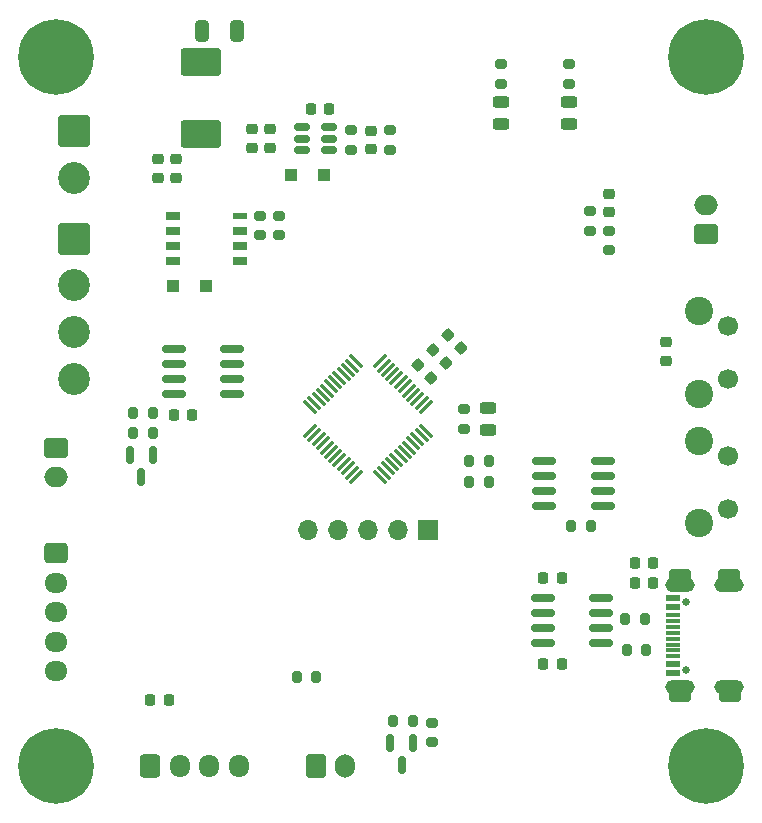
<source format=gbr>
%TF.GenerationSoftware,KiCad,Pcbnew,7.0.7*%
%TF.CreationDate,2024-02-22T09:52:38+01:00*%
%TF.ProjectId,Floppy Soldering station 3.0,466c6f70-7079-4205-936f-6c646572696e,1.0*%
%TF.SameCoordinates,Original*%
%TF.FileFunction,Soldermask,Top*%
%TF.FilePolarity,Negative*%
%FSLAX46Y46*%
G04 Gerber Fmt 4.6, Leading zero omitted, Abs format (unit mm)*
G04 Created by KiCad (PCBNEW 7.0.7) date 2024-02-22 09:52:38*
%MOMM*%
%LPD*%
G01*
G04 APERTURE LIST*
G04 Aperture macros list*
%AMRoundRect*
0 Rectangle with rounded corners*
0 $1 Rounding radius*
0 $2 $3 $4 $5 $6 $7 $8 $9 X,Y pos of 4 corners*
0 Add a 4 corners polygon primitive as box body*
4,1,4,$2,$3,$4,$5,$6,$7,$8,$9,$2,$3,0*
0 Add four circle primitives for the rounded corners*
1,1,$1+$1,$2,$3*
1,1,$1+$1,$4,$5*
1,1,$1+$1,$6,$7*
1,1,$1+$1,$8,$9*
0 Add four rect primitives between the rounded corners*
20,1,$1+$1,$2,$3,$4,$5,0*
20,1,$1+$1,$4,$5,$6,$7,0*
20,1,$1+$1,$6,$7,$8,$9,0*
20,1,$1+$1,$8,$9,$2,$3,0*%
G04 Aperture macros list end*
%ADD10R,1.700000X1.700000*%
%ADD11O,1.700000X1.700000*%
%ADD12RoundRect,0.250000X-0.325000X-0.650000X0.325000X-0.650000X0.325000X0.650000X-0.325000X0.650000X0*%
%ADD13C,0.800000*%
%ADD14C,6.400000*%
%ADD15RoundRect,0.225000X0.250000X-0.225000X0.250000X0.225000X-0.250000X0.225000X-0.250000X-0.225000X0*%
%ADD16RoundRect,0.250000X0.750000X-0.600000X0.750000X0.600000X-0.750000X0.600000X-0.750000X-0.600000X0*%
%ADD17O,2.000000X1.700000*%
%ADD18RoundRect,0.200000X-0.275000X0.200000X-0.275000X-0.200000X0.275000X-0.200000X0.275000X0.200000X0*%
%ADD19RoundRect,0.200000X-0.200000X-0.275000X0.200000X-0.275000X0.200000X0.275000X-0.200000X0.275000X0*%
%ADD20RoundRect,0.250000X-0.600000X-0.750000X0.600000X-0.750000X0.600000X0.750000X-0.600000X0.750000X0*%
%ADD21O,1.700000X2.000000*%
%ADD22RoundRect,0.075000X0.415425X0.521491X-0.521491X-0.415425X-0.415425X-0.521491X0.521491X0.415425X0*%
%ADD23RoundRect,0.075000X-0.415425X0.521491X-0.521491X0.415425X0.415425X-0.521491X0.521491X-0.415425X0*%
%ADD24RoundRect,0.150000X-0.150000X0.587500X-0.150000X-0.587500X0.150000X-0.587500X0.150000X0.587500X0*%
%ADD25RoundRect,0.200000X0.200000X0.275000X-0.200000X0.275000X-0.200000X-0.275000X0.200000X-0.275000X0*%
%ADD26RoundRect,0.250000X-0.600000X-0.725000X0.600000X-0.725000X0.600000X0.725000X-0.600000X0.725000X0*%
%ADD27O,1.700000X1.950000*%
%ADD28RoundRect,0.250000X-0.725000X0.600000X-0.725000X-0.600000X0.725000X-0.600000X0.725000X0.600000X0*%
%ADD29O,1.950000X1.700000*%
%ADD30RoundRect,0.225000X-0.225000X-0.250000X0.225000X-0.250000X0.225000X0.250000X-0.225000X0.250000X0*%
%ADD31RoundRect,0.225000X0.335876X0.017678X0.017678X0.335876X-0.335876X-0.017678X-0.017678X-0.335876X0*%
%ADD32RoundRect,0.235000X1.465000X-0.940000X1.465000X0.940000X-1.465000X0.940000X-1.465000X-0.940000X0*%
%ADD33RoundRect,0.250000X-0.300000X-0.300000X0.300000X-0.300000X0.300000X0.300000X-0.300000X0.300000X0*%
%ADD34RoundRect,0.200000X0.275000X-0.200000X0.275000X0.200000X-0.275000X0.200000X-0.275000X-0.200000X0*%
%ADD35RoundRect,0.243750X0.456250X-0.243750X0.456250X0.243750X-0.456250X0.243750X-0.456250X-0.243750X0*%
%ADD36C,2.400000*%
%ADD37C,1.700000*%
%ADD38RoundRect,0.225000X-0.335876X-0.017678X-0.017678X-0.335876X0.335876X0.017678X0.017678X0.335876X0*%
%ADD39RoundRect,0.150000X-0.825000X-0.150000X0.825000X-0.150000X0.825000X0.150000X-0.825000X0.150000X0*%
%ADD40RoundRect,0.150000X0.825000X0.150000X-0.825000X0.150000X-0.825000X-0.150000X0.825000X-0.150000X0*%
%ADD41RoundRect,0.250000X-0.750000X0.600000X-0.750000X-0.600000X0.750000X-0.600000X0.750000X0.600000X0*%
%ADD42C,0.650000*%
%ADD43R,1.150000X0.600000*%
%ADD44R,1.150000X0.300000*%
%ADD45RoundRect,0.250000X0.687500X0.250000X-0.687500X0.250000X-0.687500X-0.250000X0.687500X-0.250000X0*%
%ADD46O,2.500000X1.250000*%
%ADD47R,1.310000X0.650000*%
%ADD48R,1.310000X0.600000*%
%ADD49RoundRect,0.243750X-0.456250X0.243750X-0.456250X-0.243750X0.456250X-0.243750X0.456250X0.243750X0*%
%ADD50RoundRect,0.225000X0.225000X0.250000X-0.225000X0.250000X-0.225000X-0.250000X0.225000X-0.250000X0*%
%ADD51RoundRect,0.150000X-0.512500X-0.150000X0.512500X-0.150000X0.512500X0.150000X-0.512500X0.150000X0*%
%ADD52RoundRect,0.250001X-1.099999X1.099999X-1.099999X-1.099999X1.099999X-1.099999X1.099999X1.099999X0*%
%ADD53C,2.700000*%
G04 APERTURE END LIST*
D10*
%TO.C,J7*%
X159491000Y-106061000D03*
D11*
X156951000Y-106061000D03*
X154411000Y-106061000D03*
X151871000Y-106061000D03*
X149331000Y-106061000D03*
%TD*%
D12*
%TO.C,C13*%
X140368000Y-63770000D03*
X143318000Y-63770000D03*
%TD*%
D13*
%TO.C,H2*%
X128000000Y-123600000D03*
X129697056Y-124302944D03*
X126302944Y-124302944D03*
X130400000Y-126000000D03*
D14*
X128000000Y-126000000D03*
D13*
X125600000Y-126000000D03*
X129697056Y-127697056D03*
X126302944Y-127697056D03*
X128000000Y-128400000D03*
%TD*%
D15*
%TO.C,C2*%
X138160000Y-76229000D03*
X138160000Y-74679000D03*
%TD*%
D16*
%TO.C,J2*%
X183000000Y-81000000D03*
D17*
X183000000Y-78500000D03*
%TD*%
D18*
%TO.C,R8*%
X153019000Y-72216000D03*
X153019000Y-73866000D03*
%TD*%
D19*
%TO.C,R17*%
X162989000Y-101997000D03*
X164639000Y-101997000D03*
%TD*%
D20*
%TO.C,J8*%
X150000000Y-126000000D03*
D21*
X152500000Y-126000000D03*
%TD*%
D13*
%TO.C,H1*%
X128000000Y-63600000D03*
X129697056Y-64302944D03*
X126302944Y-64302944D03*
X130400000Y-66000000D03*
D14*
X128000000Y-66000000D03*
D13*
X125600000Y-66000000D03*
X129697056Y-67697056D03*
X126302944Y-67697056D03*
X128000000Y-68400000D03*
%TD*%
D18*
%TO.C,R1*%
X174863000Y-80725000D03*
X174863000Y-82375000D03*
%TD*%
D15*
%TO.C,C6*%
X146161000Y-73689000D03*
X146161000Y-72139000D03*
%TD*%
D22*
%TO.C,U5*%
X159303876Y-95664212D03*
X158950322Y-95310658D03*
X158596769Y-94957105D03*
X158243215Y-94603551D03*
X157889662Y-94249998D03*
X157536109Y-93896445D03*
X157182555Y-93542891D03*
X156829002Y-93189338D03*
X156475449Y-92835785D03*
X156121895Y-92482231D03*
X155768342Y-92128678D03*
X155414788Y-91775124D03*
D23*
X153417212Y-91775124D03*
X153063658Y-92128678D03*
X152710105Y-92482231D03*
X152356551Y-92835785D03*
X152002998Y-93189338D03*
X151649445Y-93542891D03*
X151295891Y-93896445D03*
X150942338Y-94249998D03*
X150588785Y-94603551D03*
X150235231Y-94957105D03*
X149881678Y-95310658D03*
X149528124Y-95664212D03*
D22*
X149528124Y-97661788D03*
X149881678Y-98015342D03*
X150235231Y-98368895D03*
X150588785Y-98722449D03*
X150942338Y-99076002D03*
X151295891Y-99429555D03*
X151649445Y-99783109D03*
X152002998Y-100136662D03*
X152356551Y-100490215D03*
X152710105Y-100843769D03*
X153063658Y-101197322D03*
X153417212Y-101550876D03*
D23*
X155414788Y-101550876D03*
X155768342Y-101197322D03*
X156121895Y-100843769D03*
X156475449Y-100490215D03*
X156829002Y-100136662D03*
X157182555Y-99783109D03*
X157536109Y-99429555D03*
X157889662Y-99076002D03*
X158243215Y-98722449D03*
X158596769Y-98368895D03*
X158950322Y-98015342D03*
X159303876Y-97661788D03*
%TD*%
D24*
%TO.C,Q2*%
X158224000Y-124046500D03*
X156324000Y-124046500D03*
X157274000Y-125921500D03*
%TD*%
D18*
%TO.C,R13*%
X162544000Y-95838000D03*
X162544000Y-97488000D03*
%TD*%
D25*
%TO.C,R4*%
X177974000Y-116221000D03*
X176324000Y-116221000D03*
%TD*%
D26*
%TO.C,J6*%
X136000000Y-126000000D03*
D27*
X138500000Y-126000000D03*
X141000000Y-126000000D03*
X143500000Y-126000000D03*
%TD*%
D28*
%TO.C,J5*%
X128000000Y-108000000D03*
D29*
X128000000Y-110500000D03*
X128000000Y-113000000D03*
X128000000Y-115500000D03*
X128000000Y-118000000D03*
%TD*%
D30*
%TO.C,C12*%
X169262000Y-110125000D03*
X170812000Y-110125000D03*
%TD*%
D15*
%TO.C,C3*%
X174863000Y-79150000D03*
X174863000Y-77600000D03*
%TD*%
D31*
%TO.C,C14*%
X162330008Y-90607008D03*
X161233992Y-89510992D03*
%TD*%
D32*
%TO.C,L1*%
X140319000Y-72510000D03*
X140319000Y-66460000D03*
%TD*%
D30*
%TO.C,C9*%
X149577000Y-70374000D03*
X151127000Y-70374000D03*
%TD*%
D33*
%TO.C,D2*%
X137903000Y-85360000D03*
X140703000Y-85360000D03*
%TD*%
D18*
%TO.C,R6*%
X145272000Y-79455000D03*
X145272000Y-81105000D03*
%TD*%
D34*
%TO.C,R9*%
X159814000Y-124031000D03*
X159814000Y-122381000D03*
%TD*%
D35*
%TO.C,D4*%
X165719000Y-71692500D03*
X165719000Y-69817500D03*
%TD*%
D25*
%TO.C,R19*%
X164639000Y-100219000D03*
X162989000Y-100219000D03*
%TD*%
%TO.C,R14*%
X136191000Y-96155000D03*
X134541000Y-96155000D03*
%TD*%
D13*
%TO.C,H4*%
X183000000Y-63600000D03*
X184697056Y-64302944D03*
X181302944Y-64302944D03*
X185400000Y-66000000D03*
D14*
X183000000Y-66000000D03*
D13*
X180600000Y-66000000D03*
X184697056Y-67697056D03*
X181302944Y-67697056D03*
X183000000Y-68400000D03*
%TD*%
D15*
%TO.C,C17*%
X179689000Y-91723000D03*
X179689000Y-90173000D03*
%TD*%
D19*
%TO.C,R3*%
X176197000Y-113554000D03*
X177847000Y-113554000D03*
%TD*%
D36*
%TO.C,SW2*%
X182425000Y-98499999D03*
X182425000Y-105499999D03*
D37*
X184925000Y-99749999D03*
X184925000Y-104249999D03*
%TD*%
D38*
%TO.C,C18*%
X158693992Y-92050992D03*
X159790008Y-93147008D03*
%TD*%
D24*
%TO.C,Q3*%
X136189000Y-99662500D03*
X134289000Y-99662500D03*
X135239000Y-101537500D03*
%TD*%
D39*
%TO.C,U2*%
X137971000Y-90694000D03*
X137971000Y-91964000D03*
X137971000Y-93234000D03*
X137971000Y-94504000D03*
X142921000Y-94504000D03*
X142921000Y-93234000D03*
X142921000Y-91964000D03*
X142921000Y-90694000D03*
%TD*%
D13*
%TO.C,H3*%
X183000000Y-123600000D03*
X184697056Y-124302944D03*
X181302944Y-124302944D03*
X185400000Y-126000000D03*
D14*
X183000000Y-126000000D03*
D13*
X180600000Y-126000000D03*
X184697056Y-127697056D03*
X181302944Y-127697056D03*
X183000000Y-128400000D03*
%TD*%
D40*
%TO.C,U3*%
X174163000Y-115662200D03*
X174163000Y-114392200D03*
X174163000Y-113122200D03*
X174163000Y-111852200D03*
X169213000Y-111852200D03*
X169213000Y-113122200D03*
X169213000Y-114392200D03*
X169213000Y-115662200D03*
%TD*%
D15*
%TO.C,C11*%
X154670000Y-73816000D03*
X154670000Y-72266000D03*
%TD*%
D41*
%TO.C,J9*%
X128000000Y-99097000D03*
D17*
X128000000Y-101597000D03*
%TD*%
D42*
%TO.C,J4*%
X181320000Y-117890000D03*
X181320000Y-112110000D03*
D43*
X180245000Y-118200000D03*
X180245000Y-117400000D03*
D44*
X180245000Y-116750000D03*
X180245000Y-116250000D03*
X180245000Y-115750000D03*
X180245000Y-115250000D03*
X180245000Y-114750000D03*
X180245000Y-114250000D03*
X180245000Y-113750000D03*
X180245000Y-113250000D03*
D43*
X180245000Y-112600000D03*
X180245000Y-111800000D03*
D45*
X180800000Y-120150000D03*
X185050000Y-120150000D03*
D46*
X180820000Y-119320000D03*
X185000000Y-119320000D03*
X180820000Y-110680000D03*
X185000000Y-110680000D03*
D45*
X180850000Y-109850000D03*
X185000000Y-109850000D03*
%TD*%
D15*
%TO.C,C4*%
X144637000Y-73689000D03*
X144637000Y-72139000D03*
%TD*%
D30*
%TO.C,C10*%
X169262000Y-117364000D03*
X170812000Y-117364000D03*
%TD*%
D47*
%TO.C,Q1*%
X143572500Y-83301000D03*
X143572500Y-82031000D03*
X143572500Y-80761000D03*
D48*
X143572500Y-79491000D03*
D47*
X137882500Y-83301000D03*
X137882500Y-82031000D03*
X137882500Y-80761000D03*
X137882500Y-79491000D03*
%TD*%
D30*
%TO.C,C16*%
X135988000Y-120412000D03*
X137538000Y-120412000D03*
%TD*%
D18*
%TO.C,R16*%
X165719000Y-66628000D03*
X165719000Y-68278000D03*
%TD*%
D49*
%TO.C,D3*%
X164576000Y-95725500D03*
X164576000Y-97600500D03*
%TD*%
D15*
%TO.C,C1*%
X136636000Y-76229000D03*
X136636000Y-74679000D03*
%TD*%
D50*
%TO.C,C8*%
X178559000Y-108855000D03*
X177009000Y-108855000D03*
%TD*%
D19*
%TO.C,R12*%
X171625000Y-105680000D03*
X173275000Y-105680000D03*
%TD*%
D34*
%TO.C,R7*%
X156321000Y-73866000D03*
X156321000Y-72216000D03*
%TD*%
D36*
%TO.C,SW1*%
X182425000Y-87499999D03*
X182425000Y-94499999D03*
D37*
X184925000Y-88749999D03*
X184925000Y-93249999D03*
%TD*%
D51*
%TO.C,U1*%
X148833500Y-71964000D03*
X148833500Y-72914000D03*
X148833500Y-73864000D03*
X151108500Y-73864000D03*
X151108500Y-72914000D03*
X151108500Y-71964000D03*
%TD*%
D50*
%TO.C,C5*%
X139524552Y-96329745D03*
X137974552Y-96329745D03*
%TD*%
%TO.C,C7*%
X178559000Y-110506000D03*
X177009000Y-110506000D03*
%TD*%
D34*
%TO.C,R5*%
X146923000Y-81105000D03*
X146923000Y-79455000D03*
%TD*%
D52*
%TO.C,J3*%
X129550000Y-81379500D03*
D53*
X129550000Y-85339500D03*
X129550000Y-89299500D03*
X129550000Y-93259500D03*
%TD*%
D33*
%TO.C,D1*%
X147936000Y-75962000D03*
X150736000Y-75962000D03*
%TD*%
D18*
%TO.C,R18*%
X171434000Y-66628000D03*
X171434000Y-68278000D03*
%TD*%
D25*
%TO.C,R10*%
X158226000Y-122190000D03*
X156576000Y-122190000D03*
%TD*%
D34*
%TO.C,R2*%
X173212000Y-80724000D03*
X173212000Y-79074000D03*
%TD*%
D31*
%TO.C,C15*%
X161060008Y-91877008D03*
X159963992Y-90780992D03*
%TD*%
D25*
%TO.C,R15*%
X136191000Y-97806000D03*
X134541000Y-97806000D03*
%TD*%
D35*
%TO.C,D5*%
X171434000Y-71692500D03*
X171434000Y-69817500D03*
%TD*%
D52*
%TO.C,J1*%
X129566000Y-72279000D03*
D53*
X129566000Y-76239000D03*
%TD*%
D25*
%TO.C,R11*%
X150034000Y-118507000D03*
X148384000Y-118507000D03*
%TD*%
D40*
%TO.C,U4*%
X174290000Y-104029000D03*
X174290000Y-102759000D03*
X174290000Y-101489000D03*
X174290000Y-100219000D03*
X169340000Y-100219000D03*
X169340000Y-101489000D03*
X169340000Y-102759000D03*
X169340000Y-104029000D03*
%TD*%
M02*

</source>
